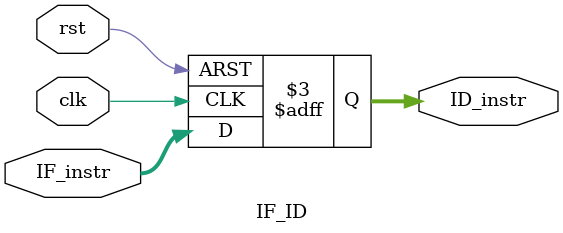
<source format=v>
`timescale 1ns / 1ps
module IF_ID(
		input wire clk, rst,
		input wire [31:0] IF_instr,
		output reg [31:0] ID_instr
    );

	always @(posedge clk, negedge rst) begin
		if(!rst)
			ID_instr <= 0;
		else
			ID_instr <= IF_instr;
	
	end

endmodule

</source>
